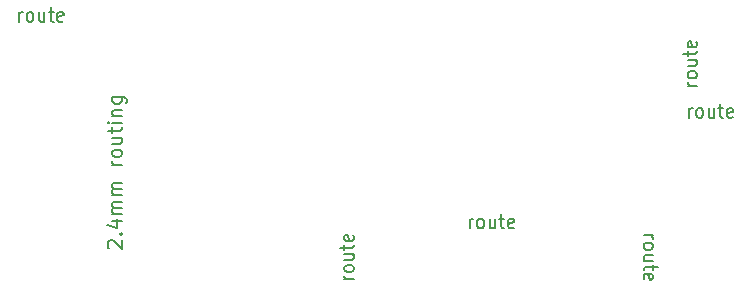
<source format=gbr>
G04 (created by PCBNEW-RS274X (2011-11-27 BZR 3249)-stable) date 17/09/2012 7:08:21 p.m.*
G01*
G70*
G90*
%MOIN*%
G04 Gerber Fmt 3.4, Leading zero omitted, Abs format*
%FSLAX34Y34*%
G04 APERTURE LIST*
%ADD10C,0.006000*%
%ADD11C,0.007900*%
%ADD12C,0.035400*%
%ADD13C,0.088600*%
%ADD14C,0.197500*%
%ADD15C,0.173900*%
%ADD16C,0.056000*%
%ADD17C,0.060000*%
%ADD18R,0.060000X0.060000*%
G04 APERTURE END LIST*
G54D10*
G54D11*
X24660Y-03232D02*
X24345Y-03232D01*
X24435Y-03232D02*
X24390Y-03211D01*
X24368Y-03191D01*
X24345Y-03149D01*
X24345Y-03108D01*
X24660Y-02902D02*
X24638Y-02943D01*
X24615Y-02964D01*
X24570Y-02985D01*
X24435Y-02985D01*
X24390Y-02964D01*
X24368Y-02943D01*
X24345Y-02902D01*
X24345Y-02840D01*
X24368Y-02799D01*
X24390Y-02778D01*
X24435Y-02758D01*
X24570Y-02758D01*
X24615Y-02778D01*
X24638Y-02799D01*
X24660Y-02840D01*
X24660Y-02902D01*
X24345Y-02386D02*
X24660Y-02386D01*
X24345Y-02572D02*
X24593Y-02572D01*
X24638Y-02551D01*
X24660Y-02510D01*
X24660Y-02448D01*
X24638Y-02407D01*
X24615Y-02386D01*
X24345Y-02242D02*
X24345Y-02077D01*
X24188Y-02180D02*
X24593Y-02180D01*
X24638Y-02159D01*
X24660Y-02118D01*
X24660Y-02077D01*
X24638Y-01768D02*
X24660Y-01809D01*
X24660Y-01892D01*
X24638Y-01933D01*
X24593Y-01954D01*
X24413Y-01954D01*
X24368Y-01933D01*
X24345Y-01892D01*
X24345Y-01809D01*
X24368Y-01768D01*
X24413Y-01747D01*
X24458Y-01747D01*
X24503Y-01954D01*
X24386Y-04305D02*
X24386Y-03990D01*
X24386Y-04080D02*
X24407Y-04035D01*
X24427Y-04013D01*
X24469Y-03990D01*
X24510Y-03990D01*
X24716Y-04305D02*
X24675Y-04283D01*
X24654Y-04260D01*
X24633Y-04215D01*
X24633Y-04080D01*
X24654Y-04035D01*
X24675Y-04013D01*
X24716Y-03990D01*
X24778Y-03990D01*
X24819Y-04013D01*
X24840Y-04035D01*
X24860Y-04080D01*
X24860Y-04215D01*
X24840Y-04260D01*
X24819Y-04283D01*
X24778Y-04305D01*
X24716Y-04305D01*
X25232Y-03990D02*
X25232Y-04305D01*
X25046Y-03990D02*
X25046Y-04238D01*
X25067Y-04283D01*
X25108Y-04305D01*
X25170Y-04305D01*
X25211Y-04283D01*
X25232Y-04260D01*
X25376Y-03990D02*
X25541Y-03990D01*
X25438Y-03833D02*
X25438Y-04238D01*
X25459Y-04283D01*
X25500Y-04305D01*
X25541Y-04305D01*
X25850Y-04283D02*
X25809Y-04305D01*
X25726Y-04305D01*
X25685Y-04283D01*
X25664Y-04238D01*
X25664Y-04058D01*
X25685Y-04013D01*
X25726Y-03990D01*
X25809Y-03990D01*
X25850Y-04013D01*
X25871Y-04058D01*
X25871Y-04103D01*
X25664Y-04148D01*
X22880Y-08225D02*
X23195Y-08225D01*
X23105Y-08225D02*
X23150Y-08246D01*
X23172Y-08266D01*
X23195Y-08308D01*
X23195Y-08349D01*
X22880Y-08555D02*
X22902Y-08514D01*
X22925Y-08493D01*
X22970Y-08472D01*
X23105Y-08472D01*
X23150Y-08493D01*
X23172Y-08514D01*
X23195Y-08555D01*
X23195Y-08617D01*
X23172Y-08658D01*
X23150Y-08679D01*
X23105Y-08699D01*
X22970Y-08699D01*
X22925Y-08679D01*
X22902Y-08658D01*
X22880Y-08617D01*
X22880Y-08555D01*
X23195Y-09071D02*
X22880Y-09071D01*
X23195Y-08885D02*
X22947Y-08885D01*
X22902Y-08906D01*
X22880Y-08947D01*
X22880Y-09009D01*
X22902Y-09050D01*
X22925Y-09071D01*
X23195Y-09215D02*
X23195Y-09380D01*
X23352Y-09277D02*
X22947Y-09277D01*
X22902Y-09298D01*
X22880Y-09339D01*
X22880Y-09380D01*
X22902Y-09689D02*
X22880Y-09648D01*
X22880Y-09565D01*
X22902Y-09524D01*
X22947Y-09503D01*
X23127Y-09503D01*
X23172Y-09524D01*
X23195Y-09565D01*
X23195Y-09648D01*
X23172Y-09689D01*
X23127Y-09710D01*
X23082Y-09710D01*
X23037Y-09503D01*
X17083Y-07986D02*
X17083Y-07671D01*
X17083Y-07761D02*
X17104Y-07716D01*
X17124Y-07694D01*
X17166Y-07671D01*
X17207Y-07671D01*
X17413Y-07986D02*
X17372Y-07964D01*
X17351Y-07941D01*
X17330Y-07896D01*
X17330Y-07761D01*
X17351Y-07716D01*
X17372Y-07694D01*
X17413Y-07671D01*
X17475Y-07671D01*
X17516Y-07694D01*
X17537Y-07716D01*
X17557Y-07761D01*
X17557Y-07896D01*
X17537Y-07941D01*
X17516Y-07964D01*
X17475Y-07986D01*
X17413Y-07986D01*
X17929Y-07671D02*
X17929Y-07986D01*
X17743Y-07671D02*
X17743Y-07919D01*
X17764Y-07964D01*
X17805Y-07986D01*
X17867Y-07986D01*
X17908Y-07964D01*
X17929Y-07941D01*
X18073Y-07671D02*
X18238Y-07671D01*
X18135Y-07514D02*
X18135Y-07919D01*
X18156Y-07964D01*
X18197Y-07986D01*
X18238Y-07986D01*
X18547Y-07964D02*
X18506Y-07986D01*
X18423Y-07986D01*
X18382Y-07964D01*
X18361Y-07919D01*
X18361Y-07739D01*
X18382Y-07694D01*
X18423Y-07671D01*
X18506Y-07671D01*
X18547Y-07694D01*
X18568Y-07739D01*
X18568Y-07784D01*
X18361Y-07829D01*
X13222Y-09689D02*
X12907Y-09689D01*
X12997Y-09689D02*
X12952Y-09668D01*
X12930Y-09648D01*
X12907Y-09606D01*
X12907Y-09565D01*
X13222Y-09359D02*
X13200Y-09400D01*
X13177Y-09421D01*
X13132Y-09442D01*
X12997Y-09442D01*
X12952Y-09421D01*
X12930Y-09400D01*
X12907Y-09359D01*
X12907Y-09297D01*
X12930Y-09256D01*
X12952Y-09235D01*
X12997Y-09215D01*
X13132Y-09215D01*
X13177Y-09235D01*
X13200Y-09256D01*
X13222Y-09297D01*
X13222Y-09359D01*
X12907Y-08843D02*
X13222Y-08843D01*
X12907Y-09029D02*
X13155Y-09029D01*
X13200Y-09008D01*
X13222Y-08967D01*
X13222Y-08905D01*
X13200Y-08864D01*
X13177Y-08843D01*
X12907Y-08699D02*
X12907Y-08534D01*
X12750Y-08637D02*
X13155Y-08637D01*
X13200Y-08616D01*
X13222Y-08575D01*
X13222Y-08534D01*
X13200Y-08225D02*
X13222Y-08266D01*
X13222Y-08349D01*
X13200Y-08390D01*
X13155Y-08411D01*
X12975Y-08411D01*
X12930Y-08390D01*
X12907Y-08349D01*
X12907Y-08266D01*
X12930Y-08225D01*
X12975Y-08204D01*
X13020Y-08204D01*
X13065Y-08411D01*
X02063Y-01097D02*
X02063Y-00782D01*
X02063Y-00872D02*
X02084Y-00827D01*
X02104Y-00805D01*
X02146Y-00782D01*
X02187Y-00782D01*
X02393Y-01097D02*
X02352Y-01075D01*
X02331Y-01052D01*
X02310Y-01007D01*
X02310Y-00872D01*
X02331Y-00827D01*
X02352Y-00805D01*
X02393Y-00782D01*
X02455Y-00782D01*
X02496Y-00805D01*
X02517Y-00827D01*
X02537Y-00872D01*
X02537Y-01007D01*
X02517Y-01052D01*
X02496Y-01075D01*
X02455Y-01097D01*
X02393Y-01097D01*
X02909Y-00782D02*
X02909Y-01097D01*
X02723Y-00782D02*
X02723Y-01030D01*
X02744Y-01075D01*
X02785Y-01097D01*
X02847Y-01097D01*
X02888Y-01075D01*
X02909Y-01052D01*
X03053Y-00782D02*
X03218Y-00782D01*
X03115Y-00625D02*
X03115Y-01030D01*
X03136Y-01075D01*
X03177Y-01097D01*
X03218Y-01097D01*
X03527Y-01075D02*
X03486Y-01097D01*
X03403Y-01097D01*
X03362Y-01075D01*
X03341Y-01030D01*
X03341Y-00850D01*
X03362Y-00805D01*
X03403Y-00782D01*
X03486Y-00782D01*
X03527Y-00805D01*
X03548Y-00850D01*
X03548Y-00895D01*
X03341Y-00940D01*
X05059Y-08651D02*
X05037Y-08629D01*
X05014Y-08584D01*
X05014Y-08471D01*
X05037Y-08426D01*
X05059Y-08404D01*
X05104Y-08381D01*
X05149Y-08381D01*
X05216Y-08404D01*
X05486Y-08674D01*
X05486Y-08381D01*
X05441Y-08179D02*
X05464Y-08156D01*
X05486Y-08179D01*
X05464Y-08201D01*
X05441Y-08179D01*
X05486Y-08179D01*
X05171Y-07751D02*
X05486Y-07751D01*
X04992Y-07864D02*
X05329Y-07976D01*
X05329Y-07684D01*
X05486Y-07504D02*
X05171Y-07504D01*
X05216Y-07504D02*
X05194Y-07481D01*
X05171Y-07436D01*
X05171Y-07369D01*
X05194Y-07324D01*
X05239Y-07301D01*
X05486Y-07301D01*
X05239Y-07301D02*
X05194Y-07279D01*
X05171Y-07234D01*
X05171Y-07166D01*
X05194Y-07122D01*
X05239Y-07099D01*
X05486Y-07099D01*
X05486Y-06875D02*
X05171Y-06875D01*
X05216Y-06875D02*
X05194Y-06852D01*
X05171Y-06807D01*
X05171Y-06740D01*
X05194Y-06695D01*
X05239Y-06672D01*
X05486Y-06672D01*
X05239Y-06672D02*
X05194Y-06650D01*
X05171Y-06605D01*
X05171Y-06537D01*
X05194Y-06493D01*
X05239Y-06470D01*
X05486Y-06470D01*
X05486Y-05886D02*
X05171Y-05886D01*
X05261Y-05886D02*
X05216Y-05863D01*
X05194Y-05841D01*
X05171Y-05796D01*
X05171Y-05751D01*
X05486Y-05526D02*
X05464Y-05571D01*
X05441Y-05594D01*
X05396Y-05616D01*
X05261Y-05616D01*
X05216Y-05594D01*
X05194Y-05571D01*
X05171Y-05526D01*
X05171Y-05459D01*
X05194Y-05414D01*
X05216Y-05391D01*
X05261Y-05369D01*
X05396Y-05369D01*
X05441Y-05391D01*
X05464Y-05414D01*
X05486Y-05459D01*
X05486Y-05526D01*
X05171Y-04964D02*
X05486Y-04964D01*
X05171Y-05167D02*
X05419Y-05167D01*
X05464Y-05144D01*
X05486Y-05099D01*
X05486Y-05032D01*
X05464Y-04987D01*
X05441Y-04964D01*
X05171Y-04807D02*
X05171Y-04627D01*
X05014Y-04740D02*
X05419Y-04740D01*
X05464Y-04717D01*
X05486Y-04672D01*
X05486Y-04627D01*
X05486Y-04470D02*
X05171Y-04470D01*
X05014Y-04470D02*
X05037Y-04492D01*
X05059Y-04470D01*
X05037Y-04447D01*
X05014Y-04470D01*
X05059Y-04470D01*
X05171Y-04245D02*
X05486Y-04245D01*
X05216Y-04245D02*
X05194Y-04222D01*
X05171Y-04177D01*
X05171Y-04110D01*
X05194Y-04065D01*
X05239Y-04042D01*
X05486Y-04042D01*
X05171Y-03615D02*
X05553Y-03615D01*
X05598Y-03638D01*
X05621Y-03660D01*
X05643Y-03705D01*
X05643Y-03773D01*
X05621Y-03818D01*
X05464Y-03615D02*
X05486Y-03660D01*
X05486Y-03750D01*
X05464Y-03795D01*
X05441Y-03818D01*
X05396Y-03840D01*
X05261Y-03840D01*
X05216Y-03818D01*
X05194Y-03795D01*
X05171Y-03750D01*
X05171Y-03660D01*
X05194Y-03615D01*
%LPC*%
G54D12*
X03740Y-08760D03*
X02008Y-08760D03*
G54D13*
X02283Y-03644D03*
G54D14*
X24462Y-09573D03*
G54D15*
X11812Y-09823D03*
G54D16*
X11382Y-04523D03*
X11382Y-02523D03*
G54D17*
X12962Y-05683D03*
X13962Y-05683D03*
X14962Y-06683D03*
X14962Y-05683D03*
G54D18*
X06522Y-02943D03*
G54D17*
X06522Y-03943D03*
X06522Y-04943D03*
X06522Y-05943D03*
G54D13*
X02381Y-05317D03*
X03562Y-04333D03*
X03464Y-02758D03*
G54D18*
X25697Y-05575D03*
G54D17*
X24697Y-05575D03*
X25697Y-06575D03*
X24697Y-06575D03*
X25697Y-07575D03*
X24697Y-07575D03*
M02*

</source>
